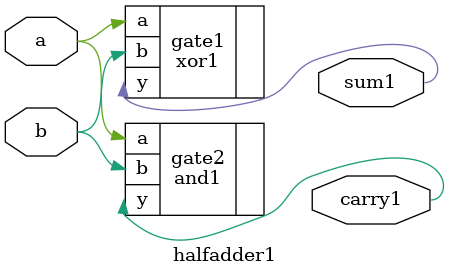
<source format=v>
module halfadder1(input a,b,output sum1,carry1);

xor1 gate1(
	.a(a),
	.b(b),
	.y(sum1)
	);
and1 gate2(
	.a(a),
	.b(b),
	.y(carry1)
);

endmodule
 

</source>
